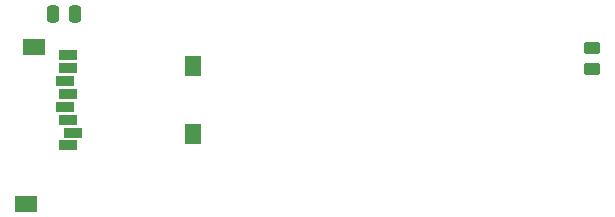
<source format=gbr>
G04 #@! TF.GenerationSoftware,KiCad,Pcbnew,6.0.2+dfsg-1*
G04 #@! TF.CreationDate,2024-02-20T11:24:06-07:00*
G04 #@! TF.ProjectId,battery_load_tester,62617474-6572-4795-9f6c-6f61645f7465,rev?*
G04 #@! TF.SameCoordinates,Original*
G04 #@! TF.FileFunction,Paste,Top*
G04 #@! TF.FilePolarity,Positive*
%FSLAX46Y46*%
G04 Gerber Fmt 4.6, Leading zero omitted, Abs format (unit mm)*
G04 Created by KiCad (PCBNEW 6.0.2+dfsg-1) date 2024-02-20 11:24:06*
%MOMM*%
%LPD*%
G01*
G04 APERTURE LIST*
G04 Aperture macros list*
%AMRoundRect*
0 Rectangle with rounded corners*
0 $1 Rounding radius*
0 $2 $3 $4 $5 $6 $7 $8 $9 X,Y pos of 4 corners*
0 Add a 4 corners polygon primitive as box body*
4,1,4,$2,$3,$4,$5,$6,$7,$8,$9,$2,$3,0*
0 Add four circle primitives for the rounded corners*
1,1,$1+$1,$2,$3*
1,1,$1+$1,$4,$5*
1,1,$1+$1,$6,$7*
1,1,$1+$1,$8,$9*
0 Add four rect primitives between the rounded corners*
20,1,$1+$1,$2,$3,$4,$5,0*
20,1,$1+$1,$4,$5,$6,$7,0*
20,1,$1+$1,$6,$7,$8,$9,0*
20,1,$1+$1,$8,$9,$2,$3,0*%
G04 Aperture macros list end*
%ADD10R,1.498600X0.812800*%
%ADD11R,1.905000X1.397000*%
%ADD12R,1.397000X1.803400*%
%ADD13RoundRect,0.250000X0.250000X0.475000X-0.250000X0.475000X-0.250000X-0.475000X0.250000X-0.475000X0*%
%ADD14RoundRect,0.250000X0.450000X-0.262500X0.450000X0.262500X-0.450000X0.262500X-0.450000X-0.262500X0*%
G04 APERTURE END LIST*
D10*
X117396227Y-89402028D03*
X117802627Y-88309828D03*
X117396227Y-87217628D03*
X117193027Y-86125428D03*
X117396227Y-85033228D03*
X117193027Y-83941028D03*
X117396227Y-82848828D03*
X117396227Y-81756628D03*
D11*
X113847400Y-94322900D03*
X114568717Y-81079258D03*
D12*
X128033300Y-88404700D03*
X128033300Y-82689700D03*
D13*
X116144000Y-78232000D03*
X118044000Y-78232000D03*
D14*
X161798000Y-82954500D03*
X161798000Y-81129500D03*
M02*

</source>
